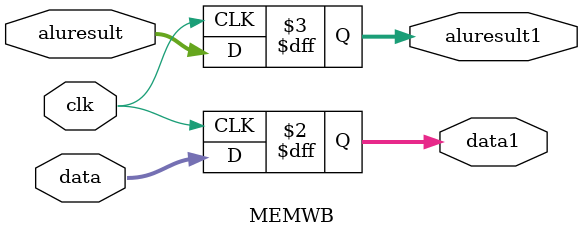
<source format=v>
`timescale 1ns / 1ps


module MEMWB(
    input   clk,
    input   [31:0]data,
    input   [31:0]aluresult,
    output  [31:0]data1,
    output  [31:0]aluresult1
    );

    always@(posedge clk)
    begin
        data1 <= data;
        aluresult1 <= aluresult;
    end
endmodule

</source>
